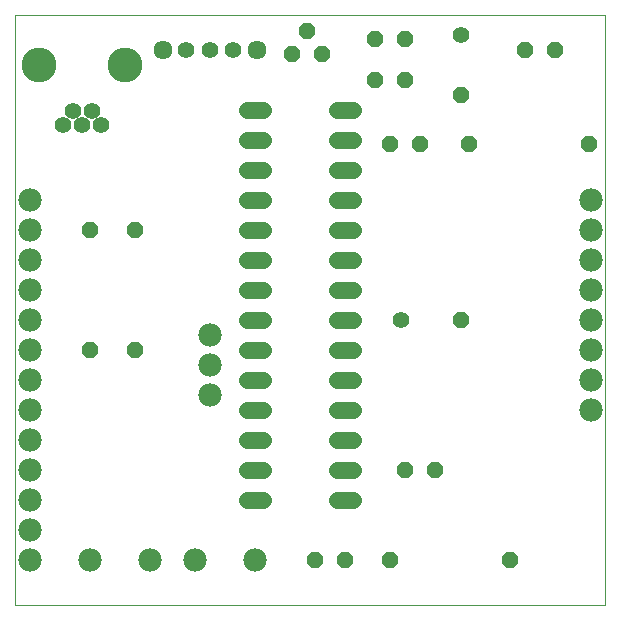
<source format=gts>
G75*
%MOIN*%
%OFA0B0*%
%FSLAX25Y25*%
%IPPOS*%
%LPD*%
%AMOC8*
5,1,8,0,0,1.08239X$1,22.5*
%
%ADD10C,0.00000*%
%ADD11OC8,0.05600*%
%ADD12C,0.05600*%
%ADD13C,0.05550*%
%ADD14C,0.11620*%
%ADD15C,0.05600*%
%ADD16C,0.06337*%
%ADD17C,0.07800*%
D10*
X0001800Y0001800D02*
X0001800Y0198650D01*
X0198650Y0198650D01*
X0198650Y0001800D01*
X0001800Y0001800D01*
D11*
X0026800Y0086800D03*
X0041800Y0086800D03*
X0041800Y0126800D03*
X0026800Y0126800D03*
X0094300Y0185550D03*
X0099300Y0193050D03*
X0104300Y0185550D03*
X0121800Y0190550D03*
X0131800Y0190550D03*
X0131800Y0176800D03*
X0121800Y0176800D03*
X0126800Y0155550D03*
X0136800Y0155550D03*
X0153050Y0155550D03*
X0150550Y0171800D03*
X0171800Y0186800D03*
X0181800Y0186800D03*
X0193050Y0155550D03*
X0150550Y0096800D03*
X0141800Y0046800D03*
X0131800Y0046800D03*
X0126800Y0016800D03*
X0111800Y0016800D03*
X0101800Y0016800D03*
X0166800Y0016800D03*
D12*
X0130550Y0096800D03*
X0150550Y0191800D03*
D13*
X0074674Y0186800D03*
X0066800Y0186800D03*
X0058926Y0186800D03*
X0030599Y0161721D03*
X0027450Y0166446D03*
X0024300Y0161721D03*
X0021150Y0166446D03*
X0018001Y0161721D03*
D14*
X0009930Y0181800D03*
X0038670Y0181800D03*
D15*
X0079200Y0166800D02*
X0084400Y0166800D01*
X0084400Y0156800D02*
X0079200Y0156800D01*
X0079200Y0146800D02*
X0084400Y0146800D01*
X0084400Y0136800D02*
X0079200Y0136800D01*
X0079200Y0126800D02*
X0084400Y0126800D01*
X0084400Y0116800D02*
X0079200Y0116800D01*
X0079200Y0106800D02*
X0084400Y0106800D01*
X0084400Y0096800D02*
X0079200Y0096800D01*
X0079200Y0086800D02*
X0084400Y0086800D01*
X0084400Y0076800D02*
X0079200Y0076800D01*
X0079200Y0066800D02*
X0084400Y0066800D01*
X0084400Y0056800D02*
X0079200Y0056800D01*
X0079200Y0046800D02*
X0084400Y0046800D01*
X0084400Y0036800D02*
X0079200Y0036800D01*
X0109200Y0036800D02*
X0114400Y0036800D01*
X0114400Y0046800D02*
X0109200Y0046800D01*
X0109200Y0056800D02*
X0114400Y0056800D01*
X0114400Y0066800D02*
X0109200Y0066800D01*
X0109200Y0076800D02*
X0114400Y0076800D01*
X0114400Y0086800D02*
X0109200Y0086800D01*
X0109200Y0096800D02*
X0114400Y0096800D01*
X0114400Y0106800D02*
X0109200Y0106800D01*
X0109200Y0116800D02*
X0114400Y0116800D01*
X0114400Y0126800D02*
X0109200Y0126800D01*
X0109200Y0136800D02*
X0114400Y0136800D01*
X0114400Y0146800D02*
X0109200Y0146800D01*
X0109200Y0156800D02*
X0114400Y0156800D01*
X0114400Y0166800D02*
X0109200Y0166800D01*
D16*
X0082548Y0186800D03*
X0051052Y0186800D03*
D17*
X0006800Y0136800D03*
X0006800Y0126800D03*
X0006800Y0116800D03*
X0006800Y0106800D03*
X0006800Y0096800D03*
X0006800Y0086800D03*
X0006800Y0076800D03*
X0006800Y0066800D03*
X0006800Y0056800D03*
X0006800Y0046800D03*
X0006800Y0036800D03*
X0006800Y0026800D03*
X0006800Y0016800D03*
X0026800Y0016800D03*
X0046800Y0016800D03*
X0061800Y0016800D03*
X0081800Y0016800D03*
X0066800Y0071800D03*
X0066800Y0081800D03*
X0066800Y0091800D03*
X0193800Y0086800D03*
X0193800Y0076800D03*
X0193800Y0066800D03*
X0193800Y0096800D03*
X0193800Y0106800D03*
X0193800Y0116800D03*
X0193800Y0126800D03*
X0193800Y0136800D03*
M02*

</source>
